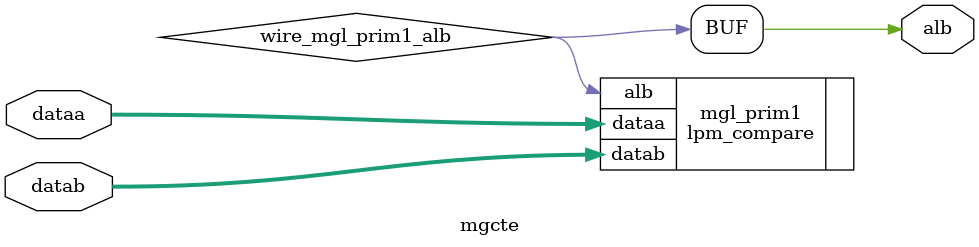
<source format=v>






//synthesis_resources = lpm_compare 1 
//synopsys translate_off
`timescale 1 ps / 1 ps
//synopsys translate_on
module  mgcte
	( 
	alb,
	dataa,
	datab) /* synthesis synthesis_clearbox=1 */;
	output   alb;
	input   [4:0]  dataa;
	input   [4:0]  datab;

	wire  wire_mgl_prim1_alb;

	lpm_compare   mgl_prim1
	( 
	.alb(wire_mgl_prim1_alb),
	.dataa(dataa),
	.datab(datab));
	defparam
		mgl_prim1.lpm_representation = "UNSIGNED",
		mgl_prim1.lpm_type = "LPM_COMPARE",
		mgl_prim1.lpm_width = 5,
		mgl_prim1.lpm_hint = "ONE_INPUT_IS_CONSTANT=YES";
	assign
		alb = wire_mgl_prim1_alb;
endmodule //mgcte
//VALID FILE

</source>
